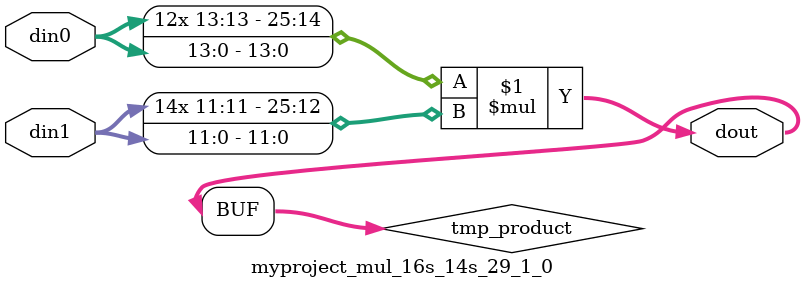
<source format=v>

`timescale 1 ns / 1 ps

  module myproject_mul_16s_14s_29_1_0(din0, din1, dout);
parameter ID = 1;
parameter NUM_STAGE = 0;
parameter din0_WIDTH = 14;
parameter din1_WIDTH = 12;
parameter dout_WIDTH = 26;

input [din0_WIDTH - 1 : 0] din0; 
input [din1_WIDTH - 1 : 0] din1; 
output [dout_WIDTH - 1 : 0] dout;

wire signed [dout_WIDTH - 1 : 0] tmp_product;













assign tmp_product = $signed(din0) * $signed(din1);








assign dout = tmp_product;







endmodule

</source>
